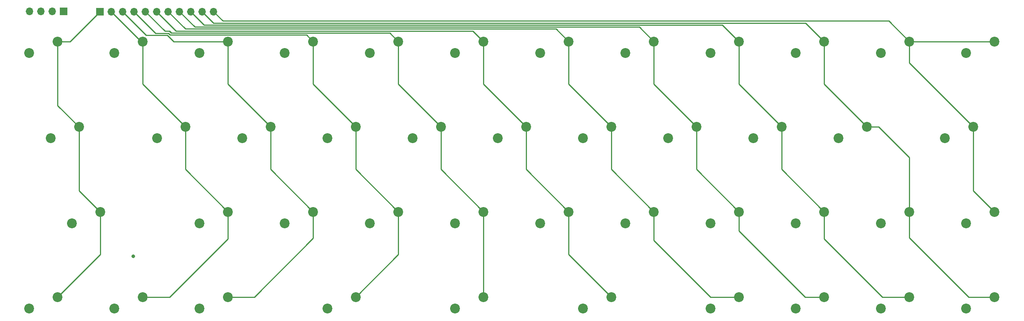
<source format=gtl>
G04 #@! TF.GenerationSoftware,KiCad,Pcbnew,(6.0.2-0)*
G04 #@! TF.CreationDate,2022-03-14T11:48:13+11:00*
G04 #@! TF.ProjectId,keyboard,6b657962-6f61-4726-942e-6b696361645f,rev?*
G04 #@! TF.SameCoordinates,Original*
G04 #@! TF.FileFunction,Copper,L1,Top*
G04 #@! TF.FilePolarity,Positive*
%FSLAX46Y46*%
G04 Gerber Fmt 4.6, Leading zero omitted, Abs format (unit mm)*
G04 Created by KiCad (PCBNEW (6.0.2-0)) date 2022-03-14 11:48:13*
%MOMM*%
%LPD*%
G01*
G04 APERTURE LIST*
G04 #@! TA.AperFunction,ComponentPad*
%ADD10C,2.200000*%
G04 #@! TD*
G04 #@! TA.AperFunction,ComponentPad*
%ADD11R,1.700000X1.700000*%
G04 #@! TD*
G04 #@! TA.AperFunction,ComponentPad*
%ADD12O,1.700000X1.700000*%
G04 #@! TD*
G04 #@! TA.AperFunction,ViaPad*
%ADD13C,0.800000*%
G04 #@! TD*
G04 #@! TA.AperFunction,Conductor*
%ADD14C,0.250000*%
G04 #@! TD*
G04 APERTURE END LIST*
D10*
X109855000Y-119840000D03*
X103505000Y-122380000D03*
X128905000Y-119840000D03*
X122555000Y-122380000D03*
X319405000Y-119840000D03*
X313055000Y-122380000D03*
X195580000Y-138890000D03*
X189230000Y-141430000D03*
X252730000Y-138890000D03*
X246380000Y-141430000D03*
X300355000Y-157940000D03*
X294005000Y-160480000D03*
X300355000Y-119840000D03*
X294005000Y-122380000D03*
X186055000Y-119840000D03*
X179705000Y-122380000D03*
X262255000Y-157940000D03*
X255905000Y-160480000D03*
X205105000Y-157940000D03*
X198755000Y-160480000D03*
X271780000Y-138890000D03*
X265430000Y-141430000D03*
X233680000Y-176990000D03*
X227330000Y-179530000D03*
X281305000Y-119840000D03*
X274955000Y-122380000D03*
X233680000Y-138890000D03*
X227330000Y-141430000D03*
X176530000Y-138890000D03*
X170180000Y-141430000D03*
X138430000Y-138890000D03*
X132080000Y-141430000D03*
X114617500Y-138890000D03*
X108267500Y-141430000D03*
X186055000Y-157940000D03*
X179705000Y-160480000D03*
X281305000Y-176990000D03*
X274955000Y-179530000D03*
X147955000Y-119840000D03*
X141605000Y-122380000D03*
X167005000Y-119840000D03*
X160655000Y-122380000D03*
X214630000Y-138890000D03*
X208280000Y-141430000D03*
X147955000Y-157940000D03*
X141605000Y-160480000D03*
X290830000Y-138890000D03*
X284480000Y-141430000D03*
X157480000Y-138890000D03*
X151130000Y-141430000D03*
X119380000Y-157940000D03*
X113030000Y-160480000D03*
X243205000Y-119840000D03*
X236855000Y-122380000D03*
X224155000Y-157940000D03*
X217805000Y-160480000D03*
X319405000Y-176990000D03*
X313055000Y-179530000D03*
X262255000Y-119840000D03*
X255905000Y-122380000D03*
X319405000Y-157940000D03*
X313055000Y-160480000D03*
X205105000Y-119840000D03*
X198755000Y-122380000D03*
X167005000Y-157940000D03*
X160655000Y-160480000D03*
X147955000Y-176990000D03*
X141605000Y-179530000D03*
X314642500Y-138890000D03*
X308292500Y-141430000D03*
X243205000Y-157940000D03*
X236855000Y-160480000D03*
X281305000Y-157940000D03*
X274955000Y-160480000D03*
X205105000Y-176990000D03*
X198755000Y-179530000D03*
X262255000Y-176990000D03*
X255905000Y-179530000D03*
X300355000Y-176990000D03*
X294005000Y-179530000D03*
X109855000Y-176990000D03*
X103505000Y-179530000D03*
X176530000Y-176990000D03*
X170180000Y-179530000D03*
X128905000Y-176990000D03*
X122555000Y-179530000D03*
X224155000Y-119840000D03*
X217805000Y-122380000D03*
D11*
X111150000Y-113100000D03*
D12*
X108610000Y-113100000D03*
X106070000Y-113100000D03*
X103530000Y-113100000D03*
D11*
X119310000Y-113140000D03*
D12*
X121850000Y-113140000D03*
X124390000Y-113140000D03*
X126930000Y-113140000D03*
X129470000Y-113140000D03*
X132010000Y-113140000D03*
X134550000Y-113140000D03*
X137090000Y-113140000D03*
X139630000Y-113140000D03*
X142170000Y-113140000D03*
X144710000Y-113140000D03*
D13*
X126785000Y-167855000D03*
D14*
X109855000Y-134127500D02*
X114617500Y-138890000D01*
X114617500Y-138890000D02*
X114617500Y-153177500D01*
X114617500Y-153177500D02*
X119380000Y-157940000D01*
X119380000Y-167465000D02*
X109855000Y-176990000D01*
X119380000Y-157940000D02*
X119380000Y-167465000D01*
X109855000Y-119840000D02*
X112610000Y-119840000D01*
X112610000Y-119840000D02*
X119310000Y-113140000D01*
X109855000Y-119840000D02*
X109855000Y-134127500D01*
X147955000Y-157940000D02*
X147955000Y-163957000D01*
X128905000Y-119840000D02*
X128905000Y-129365000D01*
X121850000Y-113140000D02*
X128550000Y-119840000D01*
X147955000Y-163957000D02*
X134922000Y-176990000D01*
X128550000Y-119840000D02*
X128905000Y-119840000D01*
X128905000Y-129365000D02*
X138430000Y-138890000D01*
X134922000Y-176990000D02*
X128905000Y-176990000D01*
X138430000Y-138890000D02*
X138430000Y-148415000D01*
X138430000Y-148415000D02*
X147955000Y-157940000D01*
X129665489Y-118415489D02*
X129794511Y-118415489D01*
X147955000Y-119840000D02*
X135836369Y-119840000D01*
X167005000Y-157940000D02*
X167005000Y-163838081D01*
X134411857Y-118415489D02*
X129794511Y-118415489D01*
X157480000Y-148415000D02*
X167005000Y-157940000D01*
X153853081Y-176990000D02*
X147955000Y-176990000D01*
X157480000Y-138890000D02*
X157480000Y-148415000D01*
X147955000Y-119840000D02*
X147955000Y-129365000D01*
X124390000Y-113140000D02*
X129665489Y-118415489D01*
X135836369Y-119840000D02*
X134411857Y-118415489D01*
X147955000Y-129365000D02*
X157480000Y-138890000D01*
X167005000Y-163838081D02*
X153853081Y-176990000D01*
X131755978Y-117965978D02*
X132324022Y-117965978D01*
X176530000Y-148415000D02*
X186055000Y-157940000D01*
X134598049Y-117965978D02*
X132324022Y-117965978D01*
X186055000Y-167465000D02*
X176530000Y-176990000D01*
X167005000Y-119840000D02*
X167005000Y-129365000D01*
X165532088Y-118367088D02*
X134999161Y-118367088D01*
X186055000Y-157940000D02*
X186055000Y-167465000D01*
X126930000Y-113140000D02*
X131755978Y-117965978D01*
X167005000Y-119840000D02*
X165532088Y-118367088D01*
X176530000Y-138890000D02*
X176530000Y-148415000D01*
X167005000Y-129365000D02*
X176530000Y-138890000D01*
X134999161Y-118367088D02*
X134598049Y-117965978D01*
X186055000Y-119840000D02*
X186055000Y-129365000D01*
X186055000Y-119840000D02*
X184132577Y-117917577D01*
X135185354Y-117917577D02*
X134772853Y-117505078D01*
X135302423Y-117917577D02*
X135185354Y-117917577D01*
X184132577Y-117917577D02*
X135302423Y-117917577D01*
X134901304Y-117516458D02*
X135302423Y-117917577D01*
X133846458Y-117516458D02*
X134901304Y-117516458D01*
X186055000Y-129365000D02*
X195580000Y-138890000D01*
X129470000Y-113140000D02*
X133846458Y-117516458D01*
X195580000Y-148415000D02*
X205105000Y-157940000D01*
X205105000Y-157940000D02*
X205105000Y-176990000D01*
X195580000Y-138890000D02*
X195580000Y-148415000D01*
X224155000Y-157940000D02*
X224155000Y-167465000D01*
X214630000Y-138890000D02*
X214630000Y-148415000D01*
X136338066Y-117468066D02*
X137078066Y-117468066D01*
X202733066Y-117468066D02*
X137078066Y-117468066D01*
X205105000Y-129365000D02*
X214630000Y-138890000D01*
X205105000Y-119840000D02*
X202733066Y-117468066D01*
X205105000Y-119840000D02*
X205105000Y-129365000D01*
X214630000Y-148415000D02*
X224155000Y-157940000D01*
X132010000Y-113140000D02*
X136338066Y-117468066D01*
X224155000Y-167465000D02*
X233680000Y-176990000D01*
X224155000Y-119840000D02*
X224155000Y-129365000D01*
X243205000Y-157940000D02*
X243205000Y-164318200D01*
X221333555Y-117018555D02*
X224155000Y-119840000D01*
X134550000Y-113140000D02*
X138428555Y-117018555D01*
X233680000Y-148415000D02*
X243205000Y-157940000D01*
X138428555Y-117018555D02*
X139401445Y-117018555D01*
X243205000Y-164318200D02*
X255876800Y-176990000D01*
X224155000Y-129365000D02*
X233680000Y-138890000D01*
X255876800Y-176990000D02*
X262255000Y-176990000D01*
X139401445Y-117018555D02*
X221333555Y-117018555D01*
X233680000Y-138890000D02*
X233680000Y-148415000D01*
X252730000Y-138890000D02*
X252730000Y-148415000D01*
X252730000Y-148415000D02*
X262255000Y-157940000D01*
X262255000Y-157940000D02*
X262255000Y-162211735D01*
X141450956Y-116569044D02*
X239934044Y-116569044D01*
X239934044Y-116569044D02*
X243205000Y-119840000D01*
X137090000Y-113140000D02*
X140519044Y-116569044D01*
X140519044Y-116569044D02*
X141450956Y-116569044D01*
X243205000Y-129365000D02*
X252730000Y-138890000D01*
X243205000Y-119840000D02*
X243205000Y-129365000D01*
X140519035Y-116569035D02*
X140800000Y-116569035D01*
X262255000Y-162211735D02*
X277033265Y-176990000D01*
X277033265Y-176990000D02*
X281305000Y-176990000D01*
X142599533Y-116119533D02*
X258534533Y-116119533D01*
X294287200Y-176990000D02*
X300355000Y-176990000D01*
X258534533Y-116119533D02*
X262255000Y-119840000D01*
X262255000Y-129365000D02*
X271780000Y-138890000D01*
X271780000Y-138890000D02*
X271780000Y-148415000D01*
X142599533Y-116109533D02*
X142599533Y-116119533D01*
X139630000Y-113140000D02*
X142599533Y-116109533D01*
X262255000Y-119840000D02*
X262255000Y-129365000D01*
X271780000Y-148415000D02*
X281305000Y-157940000D01*
X281305000Y-157940000D02*
X281305000Y-164007800D01*
X281305000Y-164007800D02*
X294287200Y-176990000D01*
X300355000Y-157940000D02*
X300355000Y-163703000D01*
X142170000Y-113140000D02*
X144700022Y-115670022D01*
X277135022Y-115670022D02*
X281305000Y-119840000D01*
X145149978Y-115670022D02*
X277135022Y-115670022D01*
X300355000Y-157940000D02*
X300355000Y-145775000D01*
X144700022Y-115670022D02*
X145149978Y-115670022D01*
X300355000Y-163703000D02*
X313642000Y-176990000D01*
X313642000Y-176990000D02*
X319405000Y-176990000D01*
X281305000Y-129365000D02*
X290830000Y-138890000D01*
X300355000Y-145775000D02*
X293470000Y-138890000D01*
X293470000Y-138890000D02*
X290830000Y-138890000D01*
X281305000Y-119840000D02*
X281305000Y-129365000D01*
X314642500Y-138890000D02*
X314642500Y-153177500D01*
X300355000Y-119840000D02*
X319405000Y-119840000D01*
X147439489Y-115220511D02*
X146790511Y-115220511D01*
X300355000Y-119840000D02*
X300355000Y-124602500D01*
X147439489Y-115220511D02*
X295735511Y-115220511D01*
X300355000Y-124602500D02*
X314642500Y-138890000D01*
X295735511Y-115220511D02*
X300355000Y-119840000D01*
X146790511Y-115220511D02*
X144710000Y-113140000D01*
X314642500Y-153177500D02*
X319405000Y-157940000D01*
M02*

</source>
